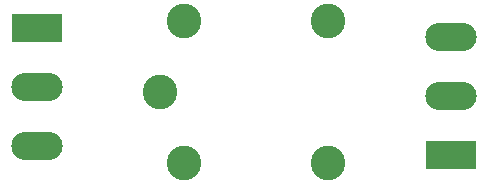
<source format=gbs>
G04 #@! TF.GenerationSoftware,KiCad,Pcbnew,(2018-02-16 revision c95340fba)-makepkg*
G04 #@! TF.CreationDate,2018-05-26T17:23:00+02:00*
G04 #@! TF.ProjectId,lin_bb,6C696E5F62622E6B696361645F706362,rev?*
G04 #@! TF.SameCoordinates,PX7d54dd0PY6718300*
G04 #@! TF.FileFunction,Soldermask,Bot*
G04 #@! TF.FilePolarity,Negative*
%FSLAX46Y46*%
G04 Gerber Fmt 4.6, Leading zero omitted, Abs format (unit mm)*
G04 Created by KiCad (PCBNEW (2018-02-16 revision c95340fba)-makepkg) date 05/26/18 17:23:00*
%MOMM*%
%LPD*%
G01*
G04 APERTURE LIST*
%ADD10O,4.360000X2.380000*%
%ADD11R,4.360000X2.380000*%
%ADD12C,2.940000*%
G04 APERTURE END LIST*
D10*
X6502400Y-12768600D03*
X6502400Y-7768600D03*
D11*
X6502400Y-2768600D03*
D10*
X41554400Y-3563600D03*
X41554400Y-8563600D03*
D11*
X41554400Y-13563600D03*
D12*
X31116400Y-14229600D03*
X16916400Y-8229600D03*
X31116400Y-2229600D03*
X18916400Y-14229600D03*
X18916400Y-2229600D03*
M02*

</source>
